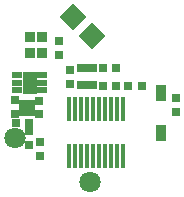
<source format=gbs>
G04*
G04 #@! TF.GenerationSoftware,Altium Limited,Altium Designer,20.0.13 (296)*
G04*
G04 Layer_Color=16711935*
%FSLAX25Y25*%
%MOIN*%
G70*
G01*
G75*
%ADD34R,0.02965X0.02965*%
%ADD39R,0.02965X0.02965*%
%ADD42C,0.07099*%
%ADD58R,0.03359X0.02178*%
%ADD59R,0.05131X0.07493*%
%ADD60R,0.03556X0.03753*%
%ADD61R,0.01391X0.02769*%
%ADD62R,0.01784X0.07887*%
%ADD63P,0.08926X4X90.0*%
%ADD64R,0.03753X0.05524*%
%ADD65R,0.03359X0.03162*%
D34*
X33200Y38000D02*
D03*
X37800D02*
D03*
X37800Y32000D02*
D03*
X33200D02*
D03*
X41700D02*
D03*
X46300D02*
D03*
X8800Y19500D02*
D03*
X4200D02*
D03*
D39*
X22200Y32545D02*
D03*
Y37145D02*
D03*
X57500Y27800D02*
D03*
Y23200D02*
D03*
X18500Y42200D02*
D03*
Y46800D02*
D03*
X12000Y27000D02*
D03*
Y22400D02*
D03*
X3890Y27124D02*
D03*
Y22524D02*
D03*
X12350Y13212D02*
D03*
Y8612D02*
D03*
X8600Y12200D02*
D03*
Y16800D02*
D03*
D42*
X29000Y0D02*
D03*
X4000Y14500D02*
D03*
D58*
X4732Y30441D02*
D03*
Y33000D02*
D03*
Y35559D02*
D03*
X13000D02*
D03*
Y33000D02*
D03*
Y30441D02*
D03*
D59*
X8866Y33000D02*
D03*
D60*
X12968Y48158D02*
D03*
Y42843D02*
D03*
X9031D02*
D03*
Y48158D02*
D03*
D61*
X10000Y23244D02*
D03*
X8622D02*
D03*
X7244D02*
D03*
X5866D02*
D03*
Y26000D02*
D03*
X7244D02*
D03*
X8622D02*
D03*
X10000D02*
D03*
D62*
X22142Y24374D02*
D03*
Y8626D02*
D03*
X24110Y24374D02*
D03*
Y8626D02*
D03*
X26079Y24374D02*
D03*
Y8626D02*
D03*
X28047Y24374D02*
D03*
Y8626D02*
D03*
X30016Y24374D02*
D03*
Y8626D02*
D03*
X31984Y24374D02*
D03*
Y8626D02*
D03*
X33953Y24374D02*
D03*
Y8626D02*
D03*
X35921Y24374D02*
D03*
Y8626D02*
D03*
X37890Y24374D02*
D03*
Y8626D02*
D03*
X39858Y24374D02*
D03*
Y8626D02*
D03*
D63*
X29562Y48608D02*
D03*
X23438Y54733D02*
D03*
D64*
X52500Y29693D02*
D03*
Y16307D02*
D03*
D65*
X26228Y32244D02*
D03*
X29772D02*
D03*
Y37756D02*
D03*
X26228D02*
D03*
M02*

</source>
